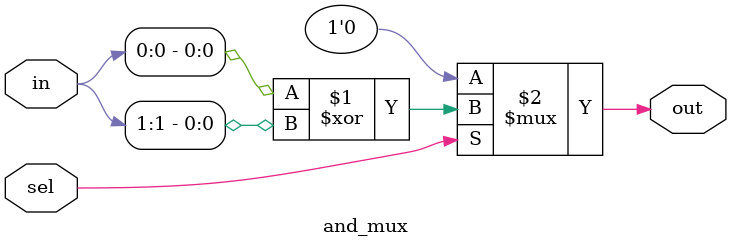
<source format=v>
module and_mux(input[1:0] in, input sel, output reg out);
  assign out= sel? (in[0] ^ in[1]): 1'b0;

endmodule

</source>
